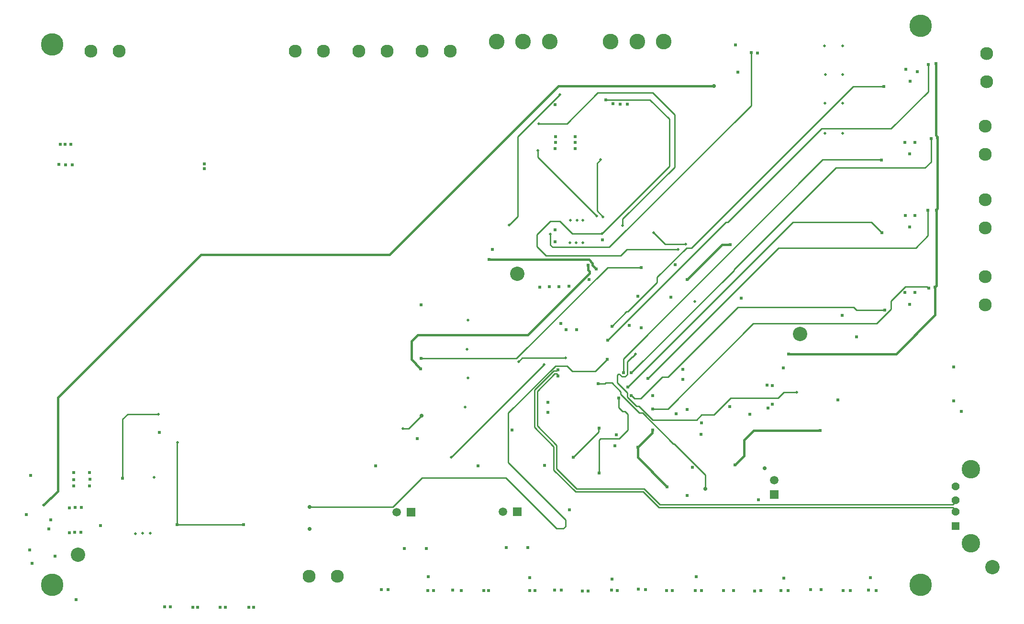
<source format=gbl>
G04*
G04 #@! TF.GenerationSoftware,Altium Limited,Altium Designer,22.6.1 (34)*
G04*
G04 Layer_Physical_Order=4*
G04 Layer_Color=16711680*
%FSLAX25Y25*%
%MOIN*%
G70*
G04*
G04 #@! TF.SameCoordinates,45D258CA-CE3A-49F5-BD4C-CD9E42F3E5DA*
G04*
G04*
G04 #@! TF.FilePolarity,Positive*
G04*
G01*
G75*
%ADD10C,0.01000*%
%ADD136C,0.01500*%
%ADD141C,0.10000*%
%ADD142C,0.09055*%
%ADD143C,0.15630*%
%ADD144R,0.05622X0.05622*%
%ADD145C,0.05622*%
%ADD146C,0.12898*%
%ADD147C,0.10925*%
%ADD148R,0.05906X0.05906*%
%ADD149C,0.05906*%
%ADD150R,0.05906X0.05906*%
%ADD151C,0.02400*%
%ADD152C,0.02000*%
%ADD153C,0.02800*%
D10*
X324300Y259900D02*
Y315700D01*
X318300Y253900D02*
X324300Y259900D01*
Y315700D02*
X353700Y345100D01*
X49100Y118600D02*
X52600Y122100D01*
X49100Y77500D02*
Y118600D01*
X418900Y248800D02*
X427000Y240700D01*
X441400D01*
X433600Y294500D02*
Y331000D01*
X397400Y253600D02*
Y258300D01*
X433600Y294500D01*
X418300Y346300D02*
X433600Y331000D01*
X87209Y101602D02*
Y102309D01*
X87400Y102500D01*
X87100Y101493D02*
X87209Y101602D01*
X87100Y45013D02*
Y101493D01*
X87164Y44949D02*
X133252D01*
X87100Y45013D02*
X87164Y44949D01*
X133252D02*
X133300Y44900D01*
X87084Y44997D02*
X87100Y45013D01*
X344100Y232800D02*
X396000D01*
X347100Y256800D02*
X353700D01*
X337800Y247500D02*
X347100Y256800D01*
X353700D02*
X362362Y248138D01*
X337800Y239100D02*
Y247500D01*
X362362Y248138D02*
X383062D01*
X383100Y248100D01*
X337800Y239100D02*
X344100Y232800D01*
X347100Y240186D02*
X348586Y238700D01*
X388100D01*
X347100Y240186D02*
Y247800D01*
X388100Y238700D02*
X486900Y337500D01*
X405342Y270342D02*
X430100Y295100D01*
X405342Y270342D02*
X405342D01*
X383100Y248100D02*
X405342Y270342D01*
X430100Y295100D02*
Y327900D01*
X400300Y237100D02*
X435900D01*
X396000Y232800D02*
X400300Y237100D01*
X536120Y321302D02*
X584502D01*
X610300Y347100D02*
Y366200D01*
X584502Y321302D02*
X610300Y347100D01*
X358700Y324800D02*
X380200Y346300D01*
X339000Y324800D02*
X358700D01*
X338300Y301300D02*
X379300Y260300D01*
X338300Y301300D02*
Y306100D01*
X394900Y104900D02*
X401000Y111000D01*
X381000Y104000D02*
X381900Y104900D01*
X394900D01*
X398000Y151000D02*
Y160800D01*
X536861Y299661D02*
X577339D01*
X398000Y160800D02*
X536861Y299661D01*
X488500Y185500D02*
X574518D01*
X584445Y195426D02*
Y201074D01*
X560333Y194700D02*
X579900D01*
X584445Y201074D02*
X594371Y211000D01*
X609349D01*
X558433Y196600D02*
X560333Y194700D01*
X574518Y185500D02*
X584445Y195426D01*
X577339Y299661D02*
X577600Y299400D01*
X428886Y125886D02*
X488500Y185500D01*
X52600Y122100D02*
X73900D01*
X74000Y122200D01*
X445518Y238200D02*
X558118Y350800D01*
X441982Y238200D02*
X445518D01*
X421437Y217656D02*
X441982Y238200D01*
X558118Y350800D02*
X579500D01*
X390000Y183500D02*
X400075Y193575D01*
X400893D02*
X421437Y214119D01*
Y217656D01*
X400075Y193575D02*
X400893D01*
X404062Y161996D02*
X404496D01*
X400700Y158634D02*
X404062Y161996D01*
X404496D02*
X406400Y163900D01*
X400700Y149882D02*
Y158634D01*
X474929Y222529D02*
Y222929D01*
X393700Y144000D02*
Y149482D01*
X474929Y222929D02*
X546000Y294000D01*
X399118Y148300D02*
X400700Y149882D01*
X394286Y150067D02*
X395114D01*
X396882Y148300D01*
X393700Y149482D02*
X394286Y150067D01*
X403400Y151000D02*
X474929Y222529D01*
X396882Y148300D02*
X399118D01*
X401082Y141000D02*
X516082Y256000D01*
X387018Y173693D02*
X469328Y256003D01*
X470822D01*
X244491Y111909D02*
X248265D01*
X257356Y121000D01*
X244300Y112100D02*
X244491Y111909D01*
X477600Y196600D02*
X558433D01*
X429000Y148000D02*
X477600Y196600D01*
X323470Y161000D02*
X386970Y224500D01*
X410372D01*
X257000Y161000D02*
X323470D01*
X509800Y137500D02*
X518800D01*
X505600Y133300D02*
X509800Y137500D01*
X472800Y133300D02*
X505600D01*
X461100Y121600D02*
X472800Y133300D01*
X449000Y118200D02*
X452400Y121600D01*
X461100D01*
X418300Y118200D02*
X449000D01*
X433409Y101409D02*
X455000Y79818D01*
X408700Y127800D02*
X418300Y118200D01*
X409182Y123000D02*
X411237D01*
X432828Y101409D01*
X433409D01*
X455000Y70000D02*
Y79818D01*
X396191Y135991D02*
X409182Y123000D01*
X406928Y127800D02*
X408700D01*
X390000Y144000D02*
X396191Y137809D01*
Y135991D02*
Y137809D01*
X385764Y144000D02*
X390000D01*
X385115Y143351D02*
X385764Y144000D01*
X380500Y143351D02*
X385115D01*
X400686Y134043D02*
X406928Y127800D01*
X400686Y134043D02*
Y134414D01*
X400600Y134500D02*
X400686Y134414D01*
X403486Y135203D02*
X403606D01*
X405809Y133000D01*
X410000D01*
X425000Y148000D01*
X400600Y134500D02*
Y137100D01*
X393700Y144000D02*
X400600Y137100D01*
X327500Y161400D02*
X357800D01*
X324886Y158786D02*
X327500Y161400D01*
X470822Y256003D02*
X536120Y321302D01*
X506200Y238200D02*
X601800D01*
X415000Y147000D02*
X506200Y238200D01*
X425000Y148000D02*
X429000D01*
X486900Y337500D02*
Y374300D01*
X546000Y294000D02*
X608200D01*
X379600Y264000D02*
X383800Y259800D01*
X342662Y156762D02*
X342700Y156800D01*
X278000Y92000D02*
X342662Y156662D01*
Y156762D01*
X362500Y152000D02*
X378400D01*
X386800Y160400D01*
X609349Y211000D02*
X610247Y210102D01*
X610626D01*
X612400Y298200D02*
Y314500D01*
X608200Y294000D02*
X612400Y298200D01*
X610200Y246600D02*
Y264500D01*
X601800Y238200D02*
X610200Y246600D01*
X570700Y256000D02*
X578000Y248700D01*
X516082Y256000D02*
X570700D01*
X380200Y346300D02*
X418300D01*
X416500Y341500D02*
X430100Y327900D01*
X379600Y264000D02*
Y297200D01*
X382200Y299800D01*
X385600Y341400D02*
X385700Y341500D01*
X416500D01*
X335914Y138974D02*
X349242Y152302D01*
X352500Y148729D02*
Y149306D01*
X337914Y138146D02*
X350070Y150302D01*
X351504D01*
X350934Y152434D02*
X351426D01*
X337914Y113914D02*
Y138146D01*
X335914Y113086D02*
Y138974D01*
X317800Y122982D02*
X350648Y155829D01*
X358671D01*
X317800Y88382D02*
Y122982D01*
X351504Y150302D02*
X352500Y149306D01*
X352121Y153129D02*
X352500D01*
X351426Y152434D02*
X352121Y153129D01*
X350802Y152302D02*
X350934Y152434D01*
X349242Y152302D02*
X350802D01*
X358671Y155829D02*
X362500Y152000D01*
X317800Y88382D02*
X357700Y48482D01*
X316118Y77700D02*
X351518Y42300D01*
X356118D01*
X357700Y43882D01*
Y48482D01*
X257669Y77700D02*
X316118D01*
X179500Y57500D02*
X237470D01*
X257669Y77700D01*
X349500Y83172D02*
X364672Y68000D01*
X335914Y113086D02*
X349500Y99500D01*
X351500Y84000D02*
X365500Y70000D01*
X349500Y83172D02*
Y99500D01*
X351500Y84000D02*
Y100328D01*
X337914Y113914D02*
X351500Y100328D01*
X394567Y126776D02*
X397344Y124000D01*
X394567Y126776D02*
Y133239D01*
X397344Y124000D02*
X399000D01*
X380670Y111870D02*
X381107Y112307D01*
X380670Y109670D02*
Y111870D01*
X363000Y92000D02*
X380670Y109670D01*
X401000Y111000D02*
Y122000D01*
X399000Y124000D02*
X401000Y122000D01*
X364672Y68000D02*
X411672D01*
X627394Y57000D02*
X630331Y54063D01*
X411672Y68000D02*
X422672Y57000D01*
X627394D01*
X365500Y70000D02*
X412500D01*
X627394Y59000D02*
X630331Y61937D01*
X412500Y70000D02*
X423500Y59000D01*
X627394D01*
X418500Y125886D02*
X428886D01*
X381000Y81000D02*
Y104000D01*
D136*
X304300Y229900D02*
X374100D01*
X376516Y227484D01*
X352700Y351100D02*
X461020D01*
X235000Y233400D02*
X352700Y351100D01*
X-5800Y58600D02*
X3899Y68299D01*
Y133679D02*
X103621Y233400D01*
X3899Y68299D02*
Y133679D01*
X103621Y233400D02*
X235000D01*
X373400Y222757D02*
Y226000D01*
Y222757D02*
X374400Y221757D01*
X376516Y225984D02*
Y227484D01*
Y225984D02*
X379000Y223500D01*
X374400Y220372D02*
Y221757D01*
X615200Y211044D02*
X615900Y211743D01*
X481962Y104076D02*
X488586Y110700D01*
X534900D01*
X418128Y109128D02*
Y110728D01*
X408000Y99000D02*
X418128Y109128D01*
Y110728D02*
X418300Y110900D01*
X442500Y216000D02*
X466800Y240300D01*
X472300D01*
X254800Y177400D02*
X331428D01*
X374400Y220372D01*
X408000Y92000D02*
Y99000D01*
Y92000D02*
X428500Y71500D01*
X475700Y86700D02*
X481962Y92962D01*
Y104076D01*
X250300Y172900D02*
X254800Y177400D01*
X250300Y160300D02*
Y172900D01*
Y160300D02*
X256800Y153800D01*
X513000Y164200D02*
X587900D01*
X615200Y191500D01*
Y210800D01*
X615900Y211743D02*
Y264500D01*
X615200Y210800D02*
Y211044D01*
X615900Y264743D02*
X616747Y265590D01*
Y315183D01*
X615900Y264500D02*
Y264743D01*
X616747Y315183D02*
Y315426D01*
X615600Y316573D02*
Y366800D01*
Y316573D02*
X616747Y315426D01*
D141*
X17900Y24200D02*
D03*
X324200Y220000D02*
D03*
X655000Y15500D02*
D03*
X521200Y177900D02*
D03*
D142*
X198843Y9000D02*
D03*
X179157D02*
D03*
X257757Y375500D02*
D03*
X277443D02*
D03*
X213558D02*
D03*
X233243D02*
D03*
X169358D02*
D03*
X189042D02*
D03*
X46843D02*
D03*
X27158D02*
D03*
X651000Y354157D02*
D03*
Y373843D02*
D03*
X650000Y303315D02*
D03*
Y323000D02*
D03*
Y252157D02*
D03*
Y271843D02*
D03*
Y198315D02*
D03*
Y218000D02*
D03*
D143*
X605000Y3000D02*
D03*
X0D02*
D03*
X605000Y393000D02*
D03*
X0Y380000D02*
D03*
D144*
X629331Y44221D02*
D03*
D145*
Y54063D02*
D03*
Y61937D02*
D03*
Y71780D02*
D03*
D146*
X640000Y32134D02*
D03*
Y83866D02*
D03*
D147*
X389096Y382100D02*
D03*
X407600D02*
D03*
X426104D02*
D03*
X309596D02*
D03*
X328100D02*
D03*
X346604D02*
D03*
D148*
X324000Y54000D02*
D03*
X249976Y53709D02*
D03*
D149*
X314000Y54000D02*
D03*
X239976Y53709D02*
D03*
X503000Y76000D02*
D03*
D150*
Y66000D02*
D03*
D151*
X304300Y229900D02*
D03*
X-15100Y79400D02*
D03*
X15100Y76500D02*
D03*
X15200Y81300D02*
D03*
X-15500Y27500D02*
D03*
X-18100Y52100D02*
D03*
X-14000Y18200D02*
D03*
X-2400Y42060D02*
D03*
X2200Y22900D02*
D03*
X491400Y374200D02*
D03*
X133300Y44900D02*
D03*
X87084Y44997D02*
D03*
X350477Y242311D02*
D03*
X383500Y243600D02*
D03*
X350409Y250591D02*
D03*
X373400Y226000D02*
D03*
X350509Y338091D02*
D03*
X350500Y307500D02*
D03*
X350700Y315700D02*
D03*
X350600Y311800D02*
D03*
X33700Y44500D02*
D03*
X393100Y107600D02*
D03*
X579900Y194700D02*
D03*
X615200Y210800D02*
D03*
X601082Y206916D02*
D03*
X594119Y206929D02*
D03*
X577600Y299400D02*
D03*
X550400Y191200D02*
D03*
X509300Y154300D02*
D03*
X534900Y110700D02*
D03*
X452500Y116000D02*
D03*
X452000Y108000D02*
D03*
X49100Y77500D02*
D03*
X20300Y57000D02*
D03*
X16000D02*
D03*
X11900Y39500D02*
D03*
X15800Y39600D02*
D03*
X20100Y39700D02*
D03*
X11900Y56700D02*
D03*
X-800Y48300D02*
D03*
X15200Y71900D02*
D03*
X26200D02*
D03*
X26300Y76700D02*
D03*
X26200Y81500D02*
D03*
X106050Y293375D02*
D03*
X106150Y296675D02*
D03*
X4700Y296400D02*
D03*
X9500Y296200D02*
D03*
X14000D02*
D03*
X13100Y310500D02*
D03*
X9200Y310300D02*
D03*
X229400Y-300D02*
D03*
X234100D02*
D03*
X285100Y-900D02*
D03*
X279000Y-700D02*
D03*
X261700Y-900D02*
D03*
X304200Y-1100D02*
D03*
X332700D02*
D03*
X350200Y-500D02*
D03*
X354700Y-700D02*
D03*
X373500Y-1300D02*
D03*
X389600Y-700D02*
D03*
X408500Y0D02*
D03*
X413400Y-200D02*
D03*
X431900Y-1100D02*
D03*
X448100Y-900D02*
D03*
X467800Y-800D02*
D03*
X474700Y-900D02*
D03*
X493700Y-1100D02*
D03*
X507800Y-900D02*
D03*
X528400Y-400D02*
D03*
X535600D02*
D03*
X556200Y-900D02*
D03*
X568600Y-700D02*
D03*
X570100Y8000D02*
D03*
X550900Y-1000D02*
D03*
X509665Y7600D02*
D03*
X489400Y-1200D02*
D03*
X452276Y-975D02*
D03*
X448800Y8700D02*
D03*
X428000Y-1100D02*
D03*
X393576Y-975D02*
D03*
X390100Y7200D02*
D03*
X369400Y-1200D02*
D03*
X336400Y-1100D02*
D03*
X332800Y8000D02*
D03*
X300600Y-1100D02*
D03*
X261900Y8800D02*
D03*
X331500Y28900D02*
D03*
X265576Y-975D02*
D03*
X260800Y28500D02*
D03*
X245500D02*
D03*
X439500Y146500D02*
D03*
Y153500D02*
D03*
X408000Y204500D02*
D03*
X403400Y151000D02*
D03*
X418300Y110900D02*
D03*
X512600Y-1000D02*
D03*
X574000D02*
D03*
X433900Y226300D02*
D03*
X401082Y141000D02*
D03*
X418500Y135000D02*
D03*
X472300Y240300D02*
D03*
X374200Y216000D02*
D03*
X78500Y-12300D02*
D03*
X98100Y-12500D02*
D03*
X117100Y-12700D02*
D03*
X120800D02*
D03*
X140400Y-12600D02*
D03*
X431200Y203700D02*
D03*
X477600Y360700D02*
D03*
X316500Y28900D02*
D03*
X486000Y122000D02*
D03*
X403486Y135203D02*
D03*
X475700Y86700D02*
D03*
X363000Y92000D02*
D03*
X354267Y185268D02*
D03*
X358000Y181000D02*
D03*
X256800Y153800D02*
D03*
X560400Y176000D02*
D03*
X387018Y173693D02*
D03*
X479900Y203200D02*
D03*
X498100Y142300D02*
D03*
X501800Y128900D02*
D03*
X498600Y126500D02*
D03*
X547400Y132200D02*
D03*
X501800Y142200D02*
D03*
X386800Y160400D02*
D03*
X513000Y164200D02*
D03*
X615600Y366800D02*
D03*
X610300Y366200D02*
D03*
X602857Y361139D02*
D03*
X594600Y362600D02*
D03*
X601082Y311666D02*
D03*
X594119Y311679D02*
D03*
X616747Y315183D02*
D03*
X612400Y314500D02*
D03*
X615900Y264500D02*
D03*
X610200D02*
D03*
X594300Y260800D02*
D03*
X601082Y260666D02*
D03*
X610626Y210102D02*
D03*
X578000Y248700D02*
D03*
X579500Y350800D02*
D03*
X320500Y111000D02*
D03*
X225400Y85900D02*
D03*
X296600Y86000D02*
D03*
X16800Y-7300D02*
D03*
X74800Y109400D02*
D03*
X136900Y-12600D02*
D03*
X101500Y-12500D02*
D03*
X82300Y-12300D02*
D03*
X476000Y379800D02*
D03*
X486900Y374300D02*
D03*
X400600Y338500D02*
D03*
X395700D02*
D03*
X390700Y338600D02*
D03*
X385600Y341400D02*
D03*
X359900Y211300D02*
D03*
X352900Y211100D02*
D03*
X346400Y211000D02*
D03*
X339700Y210800D02*
D03*
X364500Y307300D02*
D03*
X364300Y311700D02*
D03*
X364400Y315600D02*
D03*
X306700Y236900D02*
D03*
X597424Y252576D02*
D03*
Y303576D02*
D03*
X254500Y105000D02*
D03*
X365500Y181000D02*
D03*
X343000Y86248D02*
D03*
X345500Y130500D02*
D03*
X392000Y100000D02*
D03*
X434600Y122400D02*
D03*
X442500Y125500D02*
D03*
X472000Y127500D02*
D03*
X410500Y182500D02*
D03*
X597424Y198827D02*
D03*
X597828Y354421D02*
D03*
X442500Y65500D02*
D03*
X446000Y85000D02*
D03*
X360500Y55500D02*
D03*
X492000Y62500D02*
D03*
X628000Y155000D02*
D03*
Y131500D02*
D03*
X633500Y124000D02*
D03*
X5600Y310500D02*
D03*
X257207Y198500D02*
D03*
X410372Y224500D02*
D03*
X380500Y143351D02*
D03*
X352500Y148729D02*
D03*
Y153129D02*
D03*
X257000Y161000D02*
D03*
X394567Y133239D02*
D03*
X381107Y112307D02*
D03*
X345400Y123400D02*
D03*
X398000Y151000D02*
D03*
X408000Y99000D02*
D03*
X415000Y147000D02*
D03*
X418500Y125886D02*
D03*
X379000Y223500D02*
D03*
X390000Y183500D02*
D03*
X402000Y184000D02*
D03*
X442500Y216000D02*
D03*
X381000Y81000D02*
D03*
X428500Y71500D02*
D03*
D152*
X318300Y253900D02*
D03*
X418900Y248800D02*
D03*
X369700Y241600D02*
D03*
X365100D02*
D03*
X360600D02*
D03*
X383100Y248100D02*
D03*
X339000Y324800D02*
D03*
X338300Y306100D02*
D03*
X347100Y247800D02*
D03*
X71177Y77930D02*
D03*
X-5800Y58600D02*
D03*
X406400Y163900D02*
D03*
X435900Y237100D02*
D03*
X244300Y112100D02*
D03*
X447800Y200800D02*
D03*
X518800Y137500D02*
D03*
X287700Y127100D02*
D03*
X289600Y147500D02*
D03*
X289000Y167400D02*
D03*
X289700Y187600D02*
D03*
X441400Y240700D02*
D03*
X397400Y253600D02*
D03*
X379300Y260300D02*
D03*
X383800Y259800D02*
D03*
X342700Y156800D02*
D03*
X278000Y92000D02*
D03*
X357800Y161400D02*
D03*
X324886Y158786D02*
D03*
X353700Y345100D02*
D03*
X382200Y299800D02*
D03*
X538400Y338900D02*
D03*
X550600Y379102D02*
D03*
X538200D02*
D03*
X550800Y359068D02*
D03*
X538700D02*
D03*
X550700Y338900D02*
D03*
X538400Y318100D02*
D03*
X550800Y317900D02*
D03*
X68300Y38900D02*
D03*
X63200Y39000D02*
D03*
X58200Y38800D02*
D03*
X87400Y102500D02*
D03*
X74000Y122200D02*
D03*
X369700Y257400D02*
D03*
X365600Y257500D02*
D03*
X360900Y257400D02*
D03*
D153*
X461124Y351100D02*
D03*
X179500Y42000D02*
D03*
X496500Y84500D02*
D03*
X257356Y121000D02*
D03*
X179500Y57500D02*
D03*
X455000Y70000D02*
D03*
M02*

</source>
